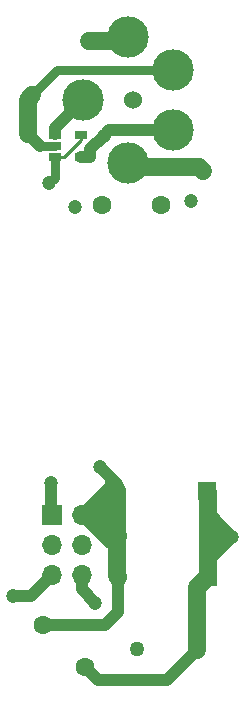
<source format=gbr>
%TF.GenerationSoftware,KiCad,Pcbnew,(5.1.10)-1*%
%TF.CreationDate,2021-07-21T08:52:03+03:00*%
%TF.ProjectId,SGX-CH4-sensor_v2,5347582d-4348-4342-9d73-656e736f725f,rev?*%
%TF.SameCoordinates,Original*%
%TF.FileFunction,Copper,L2,Bot*%
%TF.FilePolarity,Positive*%
%FSLAX46Y46*%
G04 Gerber Fmt 4.6, Leading zero omitted, Abs format (unit mm)*
G04 Created by KiCad (PCBNEW (5.1.10)-1) date 2021-07-21 08:52:03*
%MOMM*%
%LPD*%
G01*
G04 APERTURE LIST*
%TA.AperFunction,ComponentPad*%
%ADD10R,1.600000X1.600000*%
%TD*%
%TA.AperFunction,ComponentPad*%
%ADD11O,1.600000X1.600000*%
%TD*%
%TA.AperFunction,SMDPad,CuDef*%
%ADD12R,1.060000X0.650000*%
%TD*%
%TA.AperFunction,ComponentPad*%
%ADD13C,3.500000*%
%TD*%
%TA.AperFunction,ComponentPad*%
%ADD14C,1.524000*%
%TD*%
%TA.AperFunction,ComponentPad*%
%ADD15C,1.270000*%
%TD*%
%TA.AperFunction,ComponentPad*%
%ADD16C,1.600000*%
%TD*%
%TA.AperFunction,ComponentPad*%
%ADD17R,1.700000X1.700000*%
%TD*%
%TA.AperFunction,ComponentPad*%
%ADD18O,1.700000X1.700000*%
%TD*%
%TA.AperFunction,ViaPad*%
%ADD19C,1.200000*%
%TD*%
%TA.AperFunction,Conductor*%
%ADD20C,1.500000*%
%TD*%
%TA.AperFunction,Conductor*%
%ADD21C,0.750000*%
%TD*%
%TA.AperFunction,Conductor*%
%ADD22C,0.500000*%
%TD*%
%TA.AperFunction,Conductor*%
%ADD23C,1.000000*%
%TD*%
%TA.AperFunction,Conductor*%
%ADD24C,0.250000*%
%TD*%
G04 APERTURE END LIST*
D10*
%TO.P,D1,1*%
%TO.N,Net-(C1-Pad1)*%
X106273600Y-93116400D03*
D11*
%TO.P,D1,2*%
%TO.N,Net-(C1-Pad2)*%
X98653600Y-93116400D03*
%TD*%
%TO.P,D2,2*%
%TO.N,Net-(C1-Pad2)*%
X98729800Y-96901000D03*
D10*
%TO.P,D2,1*%
%TO.N,Net-(C1-Pad1)*%
X106349800Y-96901000D03*
%TD*%
%TO.P,D3,1*%
%TO.N,Net-(C1-Pad1)*%
X106349800Y-100380800D03*
D11*
%TO.P,D3,2*%
%TO.N,Net-(C1-Pad2)*%
X98729800Y-100380800D03*
%TD*%
D12*
%TO.P,U1,1*%
%TO.N,Net-(J1-Pad1)*%
X93388000Y-64856400D03*
%TO.P,U1,2*%
%TO.N,Net-(C1-Pad1)*%
X93388000Y-63906400D03*
%TO.P,U1,3*%
%TO.N,Net-(U1-Pad3)*%
X93388000Y-62956400D03*
%TO.P,U1,4*%
%TO.N,Net-(J1-Pad1)*%
X95588000Y-62956400D03*
%TO.P,U1,5*%
%TO.N,Net-(C1-Pad2)*%
X95588000Y-64856400D03*
%TD*%
D13*
%TO.P,U2,2*%
%TO.N,Net-(C1-Pad1)*%
X103380000Y-57460000D03*
%TO.P,U2,4*%
%TO.N,Net-(J1-Pad6)*%
X99580000Y-65335000D03*
%TO.P,U2,3*%
%TO.N,Net-(C1-Pad2)*%
X103380000Y-62540000D03*
%TO.P,U2,5*%
%TO.N,Net-(U1-Pad3)*%
X95760000Y-60000000D03*
D14*
%TO.P,U2,P1*%
%TO.N,N/C*%
X100000000Y-60000000D03*
D13*
%TO.P,U2,1*%
%TO.N,Net-(J1-Pad5)*%
X99580000Y-54665000D03*
%TD*%
D15*
%TO.P,F1,2*%
%TO.N,Net-(C1-Pad1)*%
X105455400Y-104927600D03*
%TO.P,F1,1*%
%TO.N,Net-(F1-Pad1)*%
X100355400Y-106527600D03*
%TD*%
D16*
%TO.P,C1,1*%
%TO.N,Net-(C1-Pad1)*%
X95935800Y-108000800D03*
%TO.P,C1,2*%
%TO.N,Net-(C1-Pad2)*%
X92400266Y-104465266D03*
%TD*%
%TO.P,C2,1*%
%TO.N,Net-(C1-Pad2)*%
X102412800Y-68859400D03*
%TO.P,C2,2*%
%TO.N,Net-(C1-Pad1)*%
X97412800Y-68859400D03*
%TD*%
D17*
%TO.P,J1,1*%
%TO.N,Net-(J1-Pad1)*%
X93116400Y-95148400D03*
D18*
%TO.P,J1,2*%
%TO.N,Net-(C1-Pad2)*%
X95656400Y-95148400D03*
%TO.P,J1,3*%
%TO.N,Net-(F1-Pad1)*%
X93116400Y-97688400D03*
%TO.P,J1,4*%
%TO.N,Net-(J1-Pad1)*%
X95656400Y-97688400D03*
%TO.P,J1,5*%
%TO.N,Net-(J1-Pad5)*%
X93116400Y-100228400D03*
%TO.P,J1,6*%
%TO.N,Net-(J1-Pad6)*%
X95656400Y-100228400D03*
%TD*%
D19*
%TO.N,Net-(C1-Pad2)*%
X104927400Y-68554600D03*
%TO.N,Net-(C1-Pad1)*%
X95097600Y-69037200D03*
%TO.N,Net-(J1-Pad1)*%
X93040200Y-92405200D03*
%TO.N,Net-(C1-Pad2)*%
X97205800Y-91084400D03*
%TO.N,Net-(C1-Pad1)*%
X108407200Y-96977200D03*
%TO.N,Net-(J1-Pad6)*%
X96824800Y-102565200D03*
%TO.N,Net-(J1-Pad5)*%
X89839800Y-102006400D03*
%TO.N,Net-(J1-Pad6)*%
X105918000Y-65989200D03*
%TO.N,Net-(J1-Pad5)*%
X96316800Y-55041800D03*
%TO.N,Net-(J1-Pad1)*%
X92913200Y-67056000D03*
%TO.N,Net-(C1-Pad1)*%
X91084400Y-62865000D03*
%TO.N,Net-(C1-Pad2)*%
X97536000Y-63017400D03*
%TD*%
D20*
%TO.N,Net-(C1-Pad1)*%
X106349800Y-93192600D02*
X106273600Y-93116400D01*
D21*
X93593800Y-57460000D02*
X103380000Y-57460000D01*
X91490800Y-59563000D02*
X93593800Y-57460000D01*
D22*
X91490800Y-63271400D02*
X91490800Y-59563000D01*
X92125800Y-63906400D02*
X91490800Y-63271400D01*
D21*
X93388000Y-63906400D02*
X92125800Y-63906400D01*
D20*
X91084400Y-59969400D02*
X91490800Y-59563000D01*
X91084400Y-62865000D02*
X91084400Y-59969400D01*
D23*
X91084400Y-62865000D02*
X92125800Y-63906400D01*
D20*
X105455400Y-101275200D02*
X106349800Y-100380800D01*
X105455400Y-104927600D02*
X105455400Y-101275200D01*
X105455400Y-101797800D02*
X105455400Y-101275200D01*
X105455400Y-106583800D02*
X105455400Y-104927600D01*
D23*
X102895400Y-109143800D02*
X105455400Y-106583800D01*
X97078800Y-109143800D02*
X102895400Y-109143800D01*
X95935800Y-108000800D02*
X97078800Y-109143800D01*
X106426000Y-96977200D02*
X106349800Y-96901000D01*
X108407200Y-96977200D02*
X106426000Y-96977200D01*
X106349800Y-94919800D02*
X106349800Y-94691200D01*
D20*
X106349800Y-94691200D02*
X106349800Y-93192600D01*
D23*
X106781600Y-98602800D02*
X106349800Y-98602800D01*
X108407200Y-96977200D02*
X106781600Y-98602800D01*
D20*
X106349800Y-98602800D02*
X106349800Y-94691200D01*
X106349800Y-100380800D02*
X106349800Y-98602800D01*
D23*
X106349800Y-97866200D02*
X107823000Y-96393000D01*
X106349800Y-98602800D02*
X106349800Y-97866200D01*
X107823000Y-96393000D02*
X106349800Y-94919800D01*
X108407200Y-96977200D02*
X107823000Y-96393000D01*
D20*
%TO.N,Net-(C1-Pad2)*%
X98653600Y-100304600D02*
X98729800Y-100380800D01*
X98653600Y-93116400D02*
X98653600Y-100304600D01*
D23*
X98120200Y-97510600D02*
X98729800Y-96901000D01*
X95656400Y-95148400D02*
X96977200Y-95148400D01*
X98653600Y-93116400D02*
X98653600Y-94386400D01*
X97459800Y-95580200D02*
X97409000Y-95580200D01*
X98653600Y-94386400D02*
X97459800Y-95580200D01*
X97409000Y-95580200D02*
X98729800Y-96901000D01*
X96977200Y-95148400D02*
X97409000Y-95580200D01*
X98018600Y-97510600D02*
X95656400Y-95148400D01*
X98120200Y-97510600D02*
X98018600Y-97510600D01*
X98729800Y-103378000D02*
X98729800Y-100380800D01*
X97642534Y-104465266D02*
X98729800Y-103378000D01*
X92400266Y-104465266D02*
X97642534Y-104465266D01*
X98653600Y-93116400D02*
X98653600Y-92532200D01*
X96621600Y-95148400D02*
X98653600Y-93116400D01*
X95656400Y-95148400D02*
X96621600Y-95148400D01*
X98120200Y-92684600D02*
X98120200Y-91998800D01*
X95656400Y-95148400D02*
X98120200Y-92684600D01*
X98120200Y-91998800D02*
X97205800Y-91084400D01*
X98653600Y-92532200D02*
X98120200Y-91998800D01*
X98699200Y-62540000D02*
X103380000Y-62540000D01*
X95588000Y-64856400D02*
X96382800Y-64856400D01*
X98013400Y-62540000D02*
X98699200Y-62540000D01*
X97536000Y-63017400D02*
X98013400Y-62540000D01*
X96382800Y-64170600D02*
X97536000Y-63017400D01*
X96382800Y-64856400D02*
X96382800Y-64170600D01*
D24*
%TO.N,Net-(J1-Pad1)*%
X95588000Y-63436400D02*
X95588000Y-62956400D01*
X94168000Y-64856400D02*
X95588000Y-63436400D01*
X93388000Y-64856400D02*
X94168000Y-64856400D01*
D22*
%TO.N,Net-(U1-Pad3)*%
X95496200Y-60263800D02*
X95760000Y-60000000D01*
D23*
X93388000Y-62372000D02*
X93388000Y-62881399D01*
X95760000Y-60000000D02*
X93388000Y-62372000D01*
D21*
%TO.N,Net-(J1-Pad1)*%
X93388000Y-66581200D02*
X92913200Y-67056000D01*
X93388000Y-64856400D02*
X93388000Y-66581200D01*
D23*
X93040200Y-95072200D02*
X93116400Y-95148400D01*
X93040200Y-92405200D02*
X93040200Y-95072200D01*
D20*
%TO.N,Net-(J1-Pad6)*%
X99580000Y-65335000D02*
X99580000Y-65442400D01*
D23*
X95656400Y-101396800D02*
X96824800Y-102565200D01*
X95656400Y-100228400D02*
X95656400Y-101396800D01*
D20*
X105587800Y-65659000D02*
X105918000Y-65989200D01*
X99904000Y-65659000D02*
X105587800Y-65659000D01*
X99580000Y-65335000D02*
X99904000Y-65659000D01*
D23*
%TO.N,Net-(J1-Pad5)*%
X91338400Y-102006400D02*
X93116400Y-100228400D01*
X89839800Y-102006400D02*
X91338400Y-102006400D01*
D20*
X99203200Y-55041800D02*
X99580000Y-54665000D01*
X96316800Y-55041800D02*
X99203200Y-55041800D01*
%TD*%
M02*

</source>
